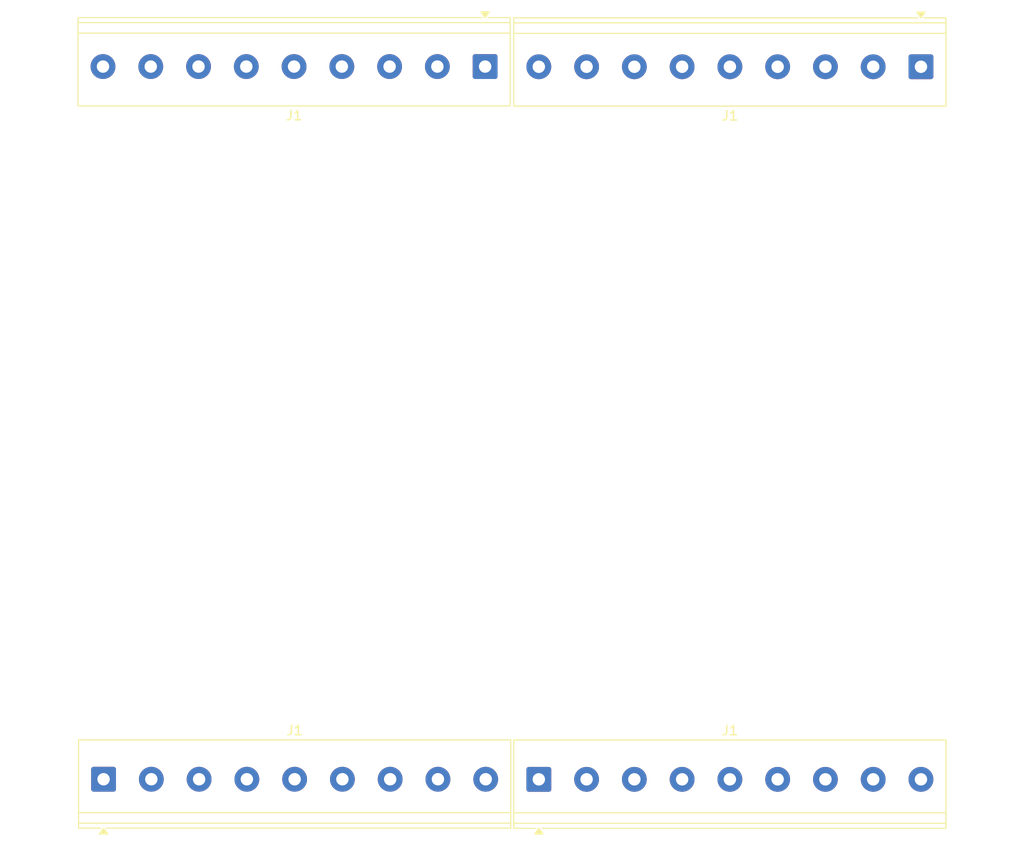
<source format=kicad_pcb>
(kicad_pcb (version 20241229) (generator "pcbnew") (generator_version "9.0")
  (layers (0 "F.Cu" signal) (2 "B.Cu" signal) (13 "F.Paste" user) (15 "B.Paste" user) (5 "F.SilkS" user "F.Silkscreen") (7 "B.SilkS" user "B.Silkscreen") (1 "F.Mask" user) (3 "B.Mask" user) (25 "Edge.Cuts" user))
  (net 0 "")
  (footprint "TerminalBlock_Phoenix:TerminalBlock_Phoenix_PT-1,5-9-5.0-H_1x09_P5.00mm_Horizontal" (layer "F.Cu") (at 254.67 95.61 180)
    (property "Reference" "J1" (at 20 -5.12 0) (layer "F.SilkS"))
    (property "Value" "Screw_Terminal_9_P5.00mm")
    (fp_line (start 42.62 5.12) (end 0.3 5.12) (stroke (width 0.12)) (layer "F.SilkS"))
    (fp_line (start 42.62 -4.12) (end 42.62 5.12) (stroke (width 0.12)) (layer "F.SilkS"))
    (fp_line (start -0.3 5.12) (end -2.62 5.12) (stroke (width 0.12)) (layer "F.SilkS"))
    (fp_line (start -2.62 5.12) (end -2.62 -4.12) (stroke (width 0.12)) (layer "F.SilkS"))
    (fp_line (start -2.62 4.6) (end 42.62 4.6) (stroke (width 0.12)) (layer "F.SilkS"))
    (fp_line (start -2.62 3.5) (end 42.62 3.5) (stroke (width 0.12)) (layer "F.SilkS"))
    (fp_line (start -2.62 -4.12) (end 42.62 -4.12) (stroke (width 0.12)) (layer "F.SilkS"))
    (fp_poly (pts (xy 0 5.12) (xy 0.44 5.73) (xy -0.44 5.73)) (stroke (width 0.12)) (fill yes) (layer "F.SilkS"))
    (pad "1" thru_hole roundrect (at 0 0 180) (size 2.6 2.6) (drill 1.3) (layers "*.Cu" "*.Mask") (roundrect_rratio 0.096154))
    (pad "2" thru_hole circle (at 5 0 180) (size 2.6 2.6) (drill 1.3) (layers "*.Cu" "*.Mask"))
    (pad "3" thru_hole circle (at 10 0 180) (size 2.6 2.6) (drill 1.3) (layers "*.Cu" "*.Mask"))
    (pad "4" thru_hole circle (at 15 0 180) (size 2.6 2.6) (drill 1.3) (layers "*.Cu" "*.Mask"))
    (pad "5" thru_hole circle (at 20 0 180) (size 2.6 2.6) (drill 1.3) (layers "*.Cu" "*.Mask"))
    (pad "6" thru_hole circle (at 25 0 180) (size 2.6 2.6) (drill 1.3) (layers "*.Cu" "*.Mask"))
    (pad "7" thru_hole circle (at 30 0 180) (size 2.6 2.6) (drill 1.3) (layers "*.Cu" "*.Mask"))
    (pad "8" thru_hole circle (at 35 0 180) (size 2.6 2.6) (drill 1.3) (layers "*.Cu" "*.Mask"))
    (pad "9" thru_hole circle (at 40 0 180) (size 2.6 2.6) (drill 1.3) (layers "*.Cu" "*.Mask"))
  )
  (footprint "TerminalBlock_Phoenix:TerminalBlock_Phoenix_PT-1,5-9-5.0-H_1x09_P5.00mm_Horizontal" (layer "F.Cu") (at 214.67 170.2)
    (property "Reference" "J1" (at 20 -5.12 0) (layer "F.SilkS"))
    (property "Value" "Screw_Terminal_9_P5.00mm")
    (fp_line (start -2.62 -4.12) (end 42.62 -4.12) (stroke (width 0.12)) (layer "F.SilkS"))
    (fp_line (start -2.62 3.5) (end 42.62 3.5) (stroke (width 0.12)) (layer "F.SilkS"))
    (fp_line (start -2.62 4.6) (end 42.62 4.6) (stroke (width 0.12)) (layer "F.SilkS"))
    (fp_line (start -2.62 5.12) (end -2.62 -4.12) (stroke (width 0.12)) (layer "F.SilkS"))
    (fp_line (start -0.3 5.12) (end -2.62 5.12) (stroke (width 0.12)) (layer "F.SilkS"))
    (fp_line (start 42.62 -4.12) (end 42.62 5.12) (stroke (width 0.12)) (layer "F.SilkS"))
    (fp_line (start 42.62 5.12) (end 0.3 5.12) (stroke (width 0.12)) (layer "F.SilkS"))
    (fp_poly (pts (xy 0 5.12) (xy 0.44 5.73) (xy -0.44 5.73)) (stroke (width 0.12)) (fill yes) (layer "F.SilkS"))
    (pad "1" thru_hole roundrect (at 0 0) (size 2.6 2.6) (drill 1.3) (layers "*.Cu" "*.Mask") (roundrect_rratio 0.096154))
    (pad "2" thru_hole circle (at 5 0) (size 2.6 2.6) (drill 1.3) (layers "*.Cu" "*.Mask"))
    (pad "3" thru_hole circle (at 10 0) (size 2.6 2.6) (drill 1.3) (layers "*.Cu" "*.Mask"))
    (pad "4" thru_hole circle (at 15 0) (size 2.6 2.6) (drill 1.3) (layers "*.Cu" "*.Mask"))
    (pad "5" thru_hole circle (at 20 0) (size 2.6 2.6) (drill 1.3) (layers "*.Cu" "*.Mask"))
    (pad "6" thru_hole circle (at 25 0) (size 2.6 2.6) (drill 1.3) (layers "*.Cu" "*.Mask"))
    (pad "7" thru_hole circle (at 30 0) (size 2.6 2.6) (drill 1.3) (layers "*.Cu" "*.Mask"))
    (pad "8" thru_hole circle (at 35 0) (size 2.6 2.6) (drill 1.3) (layers "*.Cu" "*.Mask"))
    (pad "9" thru_hole circle (at 40 0) (size 2.6 2.6) (drill 1.3) (layers "*.Cu" "*.Mask"))
  )
  (footprint "TerminalBlock_Phoenix:TerminalBlock_Phoenix_PT-1,5-9-5.0-H_1x09_P5.00mm_Horizontal" (layer "F.Cu") (at 169.11 170.19)
    (property "Reference" "J1" (at 20 -5.12 0) (layer "F.SilkS"))
    (property "Value" "Screw_Terminal_9_P5.00mm")
    (fp_line (start -2.62 -4.12) (end 42.62 -4.12) (stroke (width 0.12)) (layer "F.SilkS"))
    (fp_line (start -2.62 3.5) (end 42.62 3.5) (stroke (width 0.12)) (layer "F.SilkS"))
    (fp_line (start -2.62 4.6) (end 42.62 4.6) (stroke (width 0.12)) (layer "F.SilkS"))
    (fp_line (start -2.62 5.12) (end -2.62 -4.12) (stroke (width 0.12)) (layer "F.SilkS"))
    (fp_line (start -0.3 5.12) (end -2.62 5.12) (stroke (width 0.12)) (layer "F.SilkS"))
    (fp_line (start 42.62 -4.12) (end 42.62 5.12) (stroke (width 0.12)) (layer "F.SilkS"))
    (fp_line (start 42.62 5.12) (end 0.3 5.12) (stroke (width 0.12)) (layer "F.SilkS"))
    (fp_poly (pts (xy 0 5.12) (xy 0.44 5.73) (xy -0.44 5.73)) (stroke (width 0.12)) (fill yes) (layer "F.SilkS"))
    (pad "1" thru_hole roundrect (at 0 0) (size 2.6 2.6) (drill 1.3) (layers "*.Cu" "*.Mask") (roundrect_rratio 0.096154))
    (pad "2" thru_hole circle (at 5 0) (size 2.6 2.6) (drill 1.3) (layers "*.Cu" "*.Mask"))
    (pad "3" thru_hole circle (at 10 0) (size 2.6 2.6) (drill 1.3) (layers "*.Cu" "*.Mask"))
    (pad "4" thru_hole circle (at 15 0) (size 2.6 2.6) (drill 1.3) (layers "*.Cu" "*.Mask"))
    (pad "5" thru_hole circle (at 20 0) (size 2.6 2.6) (drill 1.3) (layers "*.Cu" "*.Mask"))
    (pad "6" thru_hole circle (at 25 0) (size 2.6 2.6) (drill 1.3) (layers "*.Cu" "*.Mask"))
    (pad "7" thru_hole circle (at 30 0) (size 2.6 2.6) (drill 1.3) (layers "*.Cu" "*.Mask"))
    (pad "8" thru_hole circle (at 35 0) (size 2.6 2.6) (drill 1.3) (layers "*.Cu" "*.Mask"))
    (pad "9" thru_hole circle (at 40 0) (size 2.6 2.6) (drill 1.3) (layers "*.Cu" "*.Mask"))
  )
  (footprint "TerminalBlock_Phoenix:TerminalBlock_Phoenix_PT-1,5-9-5.0-H_1x09_P5.00mm_Horizontal" (layer "F.Cu") (at 209.05 95.59 180)
    (property "Reference" "J1" (at 20 -5.12 0) (layer "F.SilkS"))
    (property "Value" "Screw_Terminal_9_P5.00mm")
    (fp_line (start 42.62 5.12) (end 0.3 5.12) (stroke (width 0.12)) (layer "F.SilkS"))
    (fp_line (start 42.62 -4.12) (end 42.62 5.12) (stroke (width 0.12)) (layer "F.SilkS"))
    (fp_line (start -0.3 5.12) (end -2.62 5.12) (stroke (width 0.12)) (layer "F.SilkS"))
    (fp_line (start -2.62 5.12) (end -2.62 -4.12) (stroke (width 0.12)) (layer "F.SilkS"))
    (fp_line (start -2.62 4.6) (end 42.62 4.6) (stroke (width 0.12)) (layer "F.SilkS"))
    (fp_line (start -2.62 3.5) (end 42.62 3.5) (stroke (width 0.12)) (layer "F.SilkS"))
    (fp_line (start -2.62 -4.12) (end 42.62 -4.12) (stroke (width 0.12)) (layer "F.SilkS"))
    (fp_poly (pts (xy 0 5.12) (xy 0.44 5.73) (xy -0.44 5.73)) (stroke (width 0.12)) (fill yes) (layer "F.SilkS"))
    (pad "1" thru_hole roundrect (at 0 0 180) (size 2.6 2.6) (drill 1.3) (layers "*.Cu" "*.Mask") (roundrect_rratio 0.096154))
    (pad "2" thru_hole circle (at 5 0 180) (size 2.6 2.6) (drill 1.3) (layers "*.Cu" "*.Mask"))
    (pad "3" thru_hole circle (at 10 0 180) (size 2.6 2.6) (drill 1.3) (layers "*.Cu" "*.Mask"))
    (pad "4" thru_hole circle (at 15 0 180) (size 2.6 2.6) (drill 1.3) (layers "*.Cu" "*.Mask"))
    (pad "5" thru_hole circle (at 20 0 180) (size 2.6 2.6) (drill 1.3) (layers "*.Cu" "*.Mask"))
    (pad "6" thru_hole circle (at 25 0 180) (size 2.6 2.6) (drill 1.3) (layers "*.Cu" "*.Mask"))
    (pad "7" thru_hole circle (at 30 0 180) (size 2.6 2.6) (drill 1.3) (layers "*.Cu" "*.Mask"))
    (pad "8" thru_hole circle (at 35 0 180) (size 2.6 2.6) (drill 1.3) (layers "*.Cu" "*.Mask"))
    (pad "9" thru_hole circle (at 40 0 180) (size 2.6 2.6) (drill 1.3) (layers "*.Cu" "*.Mask"))
  )
)
</source>
